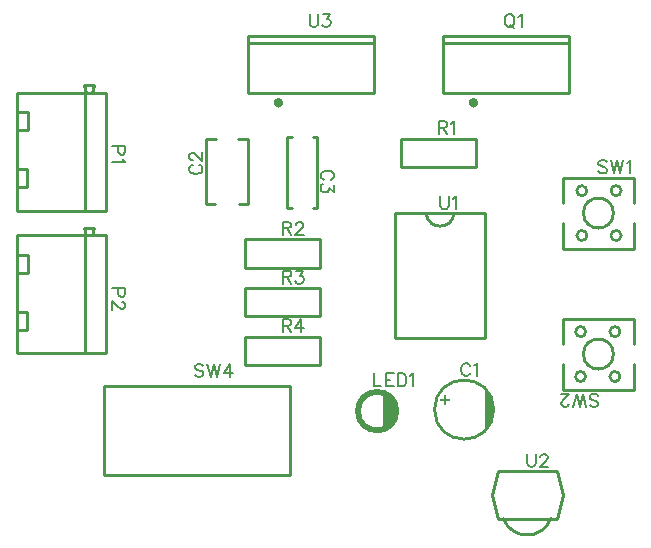
<source format=gto>
G04 Layer: TopSilkscreenLayer*
G04 EasyEDA v6.5.12, 2022-10-09 20:59:30*
G04 6618d418ddb7492eb1f763c1ca00203a,0dc1cd2b4b68440da47f955ee06510d5,10*
G04 Gerber Generator version 0.2*
G04 Scale: 100 percent, Rotated: No, Reflected: No *
G04 Dimensions in millimeters *
G04 leading zeros omitted , absolute positions ,4 integer and 5 decimal *
%FSLAX45Y45*%
%MOMM*%

%ADD10C,0.1524*%
%ADD11C,0.2540*%
%ADD12C,0.4000*%

%LPD*%
D10*
X1485392Y6333744D02*
G01*
X1376426Y6333744D01*
X1485392Y6333744D02*
G01*
X1485392Y6287007D01*
X1480312Y6271513D01*
X1474978Y6266179D01*
X1464563Y6261100D01*
X1449070Y6261100D01*
X1438655Y6266179D01*
X1433576Y6271513D01*
X1428242Y6287007D01*
X1428242Y6333744D01*
X1464563Y6226810D02*
G01*
X1469897Y6216395D01*
X1485392Y6200647D01*
X1376426Y6200647D01*
X1485392Y5127244D02*
G01*
X1376426Y5127244D01*
X1485392Y5127244D02*
G01*
X1485392Y5080507D01*
X1480312Y5065013D01*
X1474978Y5059679D01*
X1464563Y5054600D01*
X1449070Y5054600D01*
X1438655Y5059679D01*
X1433576Y5065013D01*
X1428242Y5080507D01*
X1428242Y5127244D01*
X1459484Y5014976D02*
G01*
X1464563Y5014976D01*
X1474978Y5009895D01*
X1480312Y5004562D01*
X1485392Y4994147D01*
X1485392Y4973573D01*
X1480312Y4963160D01*
X1474978Y4957826D01*
X1464563Y4952745D01*
X1454150Y4952745D01*
X1443736Y4957826D01*
X1428242Y4968239D01*
X1376426Y5020310D01*
X1376426Y4947412D01*
X4408677Y4470907D02*
G01*
X4403343Y4481321D01*
X4392929Y4491736D01*
X4382770Y4496815D01*
X4361941Y4496815D01*
X4351527Y4491736D01*
X4341113Y4481321D01*
X4335779Y4470907D01*
X4330700Y4455160D01*
X4330700Y4429252D01*
X4335779Y4413757D01*
X4341113Y4403344D01*
X4351527Y4392929D01*
X4361941Y4387850D01*
X4382770Y4387850D01*
X4392929Y4392929D01*
X4403343Y4403344D01*
X4408677Y4413757D01*
X4442968Y4475987D02*
G01*
X4453381Y4481321D01*
X4468875Y4496815D01*
X4468875Y4387850D01*
X2056891Y6173965D02*
G01*
X2046477Y6168631D01*
X2036063Y6158217D01*
X2030984Y6148057D01*
X2030984Y6127229D01*
X2036063Y6116815D01*
X2046477Y6106401D01*
X2056891Y6101067D01*
X2072640Y6095987D01*
X2098547Y6095987D01*
X2114041Y6101067D01*
X2124456Y6106401D01*
X2134870Y6116815D01*
X2139950Y6127229D01*
X2139950Y6148057D01*
X2134870Y6158217D01*
X2124456Y6168631D01*
X2114041Y6173965D01*
X2056891Y6213335D02*
G01*
X2051811Y6213335D01*
X2041397Y6218669D01*
X2036063Y6223749D01*
X2030984Y6234163D01*
X2030984Y6254991D01*
X2036063Y6265405D01*
X2041397Y6270485D01*
X2051811Y6275819D01*
X2062225Y6275819D01*
X2072640Y6270485D01*
X2088134Y6260071D01*
X2139950Y6208255D01*
X2139950Y6280899D01*
X3226308Y6047422D02*
G01*
X3236722Y6052756D01*
X3247136Y6063170D01*
X3252215Y6073330D01*
X3252215Y6094158D01*
X3247136Y6104572D01*
X3236722Y6114986D01*
X3226308Y6120320D01*
X3210559Y6125400D01*
X3184652Y6125400D01*
X3169158Y6120320D01*
X3158743Y6114986D01*
X3148329Y6104572D01*
X3143250Y6094158D01*
X3143250Y6073330D01*
X3148329Y6063170D01*
X3158743Y6052756D01*
X3169158Y6047422D01*
X3252215Y6002718D02*
G01*
X3252215Y5945568D01*
X3210559Y5976810D01*
X3210559Y5961316D01*
X3205479Y5950902D01*
X3200400Y5945568D01*
X3184652Y5940488D01*
X3174238Y5940488D01*
X3158743Y5945568D01*
X3148329Y5955982D01*
X3143250Y5971730D01*
X3143250Y5987224D01*
X3148329Y6002718D01*
X3153409Y6008052D01*
X3163824Y6013132D01*
X3594354Y4407662D02*
G01*
X3594354Y4298695D01*
X3594354Y4298695D02*
G01*
X3656584Y4298695D01*
X3690874Y4407662D02*
G01*
X3690874Y4298695D01*
X3690874Y4407662D02*
G01*
X3758438Y4407662D01*
X3690874Y4355845D02*
G01*
X3732529Y4355845D01*
X3690874Y4298695D02*
G01*
X3758438Y4298695D01*
X3792727Y4407662D02*
G01*
X3792727Y4298695D01*
X3792727Y4407662D02*
G01*
X3829304Y4407662D01*
X3844797Y4402581D01*
X3855211Y4392168D01*
X3860291Y4381754D01*
X3865625Y4366005D01*
X3865625Y4340097D01*
X3860291Y4324604D01*
X3855211Y4314189D01*
X3844797Y4303776D01*
X3829304Y4298695D01*
X3792727Y4298695D01*
X3899915Y4386834D02*
G01*
X3910329Y4392168D01*
X3925824Y4407662D01*
X3925824Y4298695D01*
X4730229Y7450061D02*
G01*
X4719815Y7444981D01*
X4709401Y7434567D01*
X4704067Y7424153D01*
X4698987Y7408405D01*
X4698987Y7382497D01*
X4704067Y7367003D01*
X4709401Y7356589D01*
X4719815Y7346175D01*
X4730229Y7341095D01*
X4751057Y7341095D01*
X4761217Y7346175D01*
X4771631Y7356589D01*
X4776965Y7367003D01*
X4782045Y7382497D01*
X4782045Y7408405D01*
X4776965Y7424153D01*
X4771631Y7434567D01*
X4761217Y7444981D01*
X4751057Y7450061D01*
X4730229Y7450061D01*
X4745723Y7361669D02*
G01*
X4776965Y7330681D01*
X4816335Y7429233D02*
G01*
X4826749Y7434567D01*
X4842497Y7450061D01*
X4842497Y7341095D01*
X3047987Y7450061D02*
G01*
X3047987Y7372083D01*
X3053067Y7356589D01*
X3063481Y7346175D01*
X3079229Y7341095D01*
X3089643Y7341095D01*
X3105137Y7346175D01*
X3115551Y7356589D01*
X3120631Y7372083D01*
X3120631Y7450061D01*
X3165335Y7450061D02*
G01*
X3222485Y7450061D01*
X3191497Y7408405D01*
X3206991Y7408405D01*
X3217405Y7403325D01*
X3222485Y7398245D01*
X3227819Y7382497D01*
X3227819Y7372083D01*
X3222485Y7356589D01*
X3212071Y7346175D01*
X3196577Y7341095D01*
X3181083Y7341095D01*
X3165335Y7346175D01*
X3160255Y7351255D01*
X3154921Y7361669D01*
X4140200Y6541515D02*
G01*
X4140200Y6432550D01*
X4140200Y6541515D02*
G01*
X4186936Y6541515D01*
X4202429Y6536436D01*
X4207763Y6531102D01*
X4212843Y6520687D01*
X4212843Y6510273D01*
X4207763Y6499860D01*
X4202429Y6494779D01*
X4186936Y6489700D01*
X4140200Y6489700D01*
X4176522Y6489700D02*
G01*
X4212843Y6432550D01*
X4247134Y6520687D02*
G01*
X4257547Y6526021D01*
X4273295Y6541515D01*
X4273295Y6432550D01*
X2819400Y5690615D02*
G01*
X2819400Y5581650D01*
X2819400Y5690615D02*
G01*
X2866136Y5690615D01*
X2881629Y5685536D01*
X2886963Y5680202D01*
X2892043Y5669787D01*
X2892043Y5659373D01*
X2886963Y5648960D01*
X2881629Y5643879D01*
X2866136Y5638800D01*
X2819400Y5638800D01*
X2855722Y5638800D02*
G01*
X2892043Y5581650D01*
X2931668Y5664707D02*
G01*
X2931668Y5669787D01*
X2936747Y5680202D01*
X2942081Y5685536D01*
X2952495Y5690615D01*
X2973070Y5690615D01*
X2983484Y5685536D01*
X2988818Y5680202D01*
X2993897Y5669787D01*
X2993897Y5659373D01*
X2988818Y5648960D01*
X2978404Y5633465D01*
X2926334Y5581650D01*
X2999231Y5581650D01*
X2819400Y5277865D02*
G01*
X2819400Y5168900D01*
X2819400Y5277865D02*
G01*
X2866136Y5277865D01*
X2881629Y5272786D01*
X2886963Y5267452D01*
X2892043Y5257037D01*
X2892043Y5246623D01*
X2886963Y5236210D01*
X2881629Y5231129D01*
X2866136Y5226050D01*
X2819400Y5226050D01*
X2855722Y5226050D02*
G01*
X2892043Y5168900D01*
X2936747Y5277865D02*
G01*
X2993897Y5277865D01*
X2962909Y5236210D01*
X2978404Y5236210D01*
X2988818Y5231129D01*
X2993897Y5226050D01*
X2999231Y5210302D01*
X2999231Y5199887D01*
X2993897Y5184394D01*
X2983484Y5173979D01*
X2967990Y5168900D01*
X2952495Y5168900D01*
X2936747Y5173979D01*
X2931668Y5179060D01*
X2926334Y5189473D01*
X2819400Y4865115D02*
G01*
X2819400Y4756150D01*
X2819400Y4865115D02*
G01*
X2866136Y4865115D01*
X2881629Y4860036D01*
X2886963Y4854702D01*
X2892043Y4844287D01*
X2892043Y4833873D01*
X2886963Y4823460D01*
X2881629Y4818379D01*
X2866136Y4813300D01*
X2819400Y4813300D01*
X2855722Y4813300D02*
G01*
X2892043Y4756150D01*
X2978404Y4865115D02*
G01*
X2926334Y4792471D01*
X3004311Y4792471D01*
X2978404Y4865115D02*
G01*
X2978404Y4756150D01*
X5565381Y6195821D02*
G01*
X5554967Y6206236D01*
X5539473Y6211315D01*
X5518645Y6211315D01*
X5503151Y6206236D01*
X5492737Y6195821D01*
X5492737Y6185407D01*
X5497817Y6174994D01*
X5503151Y6169660D01*
X5513565Y6164579D01*
X5544807Y6154165D01*
X5554967Y6149086D01*
X5560301Y6143752D01*
X5565381Y6133337D01*
X5565381Y6117844D01*
X5554967Y6107429D01*
X5539473Y6102350D01*
X5518645Y6102350D01*
X5503151Y6107429D01*
X5492737Y6117844D01*
X5599671Y6211315D02*
G01*
X5625833Y6102350D01*
X5651741Y6211315D02*
G01*
X5625833Y6102350D01*
X5651741Y6211315D02*
G01*
X5677649Y6102350D01*
X5703557Y6211315D02*
G01*
X5677649Y6102350D01*
X5737847Y6190487D02*
G01*
X5748261Y6195821D01*
X5764009Y6211315D01*
X5764009Y6102350D01*
X5420118Y4141978D02*
G01*
X5430532Y4131563D01*
X5446026Y4126484D01*
X5466854Y4126484D01*
X5482348Y4131563D01*
X5492762Y4141978D01*
X5492762Y4152392D01*
X5487682Y4162805D01*
X5482348Y4168139D01*
X5471934Y4173220D01*
X5440692Y4183634D01*
X5430532Y4188713D01*
X5425198Y4194047D01*
X5420118Y4204462D01*
X5420118Y4219955D01*
X5430532Y4230370D01*
X5446026Y4235450D01*
X5466854Y4235450D01*
X5482348Y4230370D01*
X5492762Y4219955D01*
X5385828Y4126484D02*
G01*
X5359666Y4235450D01*
X5333758Y4126484D02*
G01*
X5359666Y4235450D01*
X5333758Y4126484D02*
G01*
X5307850Y4235450D01*
X5281942Y4126484D02*
G01*
X5307850Y4235450D01*
X5242318Y4152392D02*
G01*
X5242318Y4147312D01*
X5237238Y4136897D01*
X5231904Y4131563D01*
X5221490Y4126484D01*
X5200662Y4126484D01*
X5190502Y4131563D01*
X5185168Y4136897D01*
X5180088Y4147312D01*
X5180088Y4157726D01*
X5185168Y4168139D01*
X5195582Y4183634D01*
X5247652Y4235450D01*
X5174754Y4235450D01*
X2149142Y4471621D02*
G01*
X2138728Y4482035D01*
X2123234Y4487115D01*
X2102406Y4487115D01*
X2086912Y4482035D01*
X2076498Y4471621D01*
X2076498Y4461207D01*
X2081578Y4450793D01*
X2086912Y4445459D01*
X2097326Y4440379D01*
X2128568Y4429965D01*
X2138728Y4424885D01*
X2144062Y4419551D01*
X2149142Y4409137D01*
X2149142Y4393643D01*
X2138728Y4383229D01*
X2123234Y4378149D01*
X2102406Y4378149D01*
X2086912Y4383229D01*
X2076498Y4393643D01*
X2183432Y4487115D02*
G01*
X2209594Y4378149D01*
X2235502Y4487115D02*
G01*
X2209594Y4378149D01*
X2235502Y4487115D02*
G01*
X2261410Y4378149D01*
X2287318Y4487115D02*
G01*
X2261410Y4378149D01*
X2373678Y4487115D02*
G01*
X2321608Y4414471D01*
X2399586Y4414471D01*
X2373678Y4487115D02*
G01*
X2373678Y4378149D01*
X4152900Y5906515D02*
G01*
X4152900Y5828537D01*
X4157979Y5813044D01*
X4168393Y5802629D01*
X4184141Y5797550D01*
X4194556Y5797550D01*
X4210050Y5802629D01*
X4220463Y5813044D01*
X4225543Y5828537D01*
X4225543Y5906515D01*
X4259834Y5885687D02*
G01*
X4270247Y5891021D01*
X4285995Y5906515D01*
X4285995Y5797550D01*
X4889500Y3724782D02*
G01*
X4889500Y3646804D01*
X4894579Y3631311D01*
X4904993Y3620896D01*
X4920741Y3615817D01*
X4931156Y3615817D01*
X4946650Y3620896D01*
X4957063Y3631311D01*
X4962143Y3646804D01*
X4962143Y3724782D01*
X5001768Y3698875D02*
G01*
X5001768Y3703954D01*
X5006847Y3714369D01*
X5012181Y3719703D01*
X5022595Y3724782D01*
X5043170Y3724782D01*
X5053584Y3719703D01*
X5058918Y3714369D01*
X5063997Y3703954D01*
X5063997Y3693540D01*
X5058918Y3683127D01*
X5048504Y3667632D01*
X4996434Y3615817D01*
X5069331Y3615817D01*
G36*
X4532884Y4278884D02*
G01*
X4532884Y3925315D01*
X4542688Y3935679D01*
X4551883Y3946651D01*
X4560417Y3958082D01*
X4568342Y3969969D01*
X4575505Y3982262D01*
X4582007Y3995013D01*
X4587748Y4008069D01*
X4592726Y4021480D01*
X4594961Y4028236D01*
X4598771Y4042003D01*
X4601819Y4055973D01*
X4604054Y4070045D01*
X4605477Y4084269D01*
X4606086Y4098544D01*
X4605883Y4112818D01*
X4604867Y4127042D01*
X4603038Y4141215D01*
X4600397Y4155236D01*
X4596942Y4169105D01*
X4594961Y4175963D01*
X4590338Y4189476D01*
X4584954Y4202684D01*
X4578858Y4215587D01*
X4572000Y4228134D01*
X4564481Y4240225D01*
X4556252Y4251909D01*
X4547362Y4263085D01*
X4537862Y4273753D01*
G37*
G36*
X4156100Y4192117D02*
G01*
X4156100Y4172102D01*
X4236110Y4172102D01*
X4236110Y4192117D01*
G37*
G36*
X4186123Y4222089D02*
G01*
X4186123Y4142079D01*
X4206087Y4142079D01*
X4206087Y4222089D01*
G37*
G36*
X3669792Y4239107D02*
G01*
X3669792Y3929126D01*
X3759758Y3979164D01*
X3779774Y4079138D01*
X3769766Y4149140D01*
G37*
D11*
X1153944Y6786496D02*
G01*
X1140256Y6846488D01*
X1220746Y6846488D01*
X1208656Y6786496D01*
X1148135Y6786498D02*
G01*
X1148135Y5786501D01*
X570674Y5786501D02*
G01*
X570674Y6786498D01*
X570674Y5786501D02*
G01*
X1320749Y5786501D01*
X1320749Y6786498D01*
X570674Y6786498D01*
X573684Y6466027D02*
G01*
X662254Y6466027D01*
X662254Y6619011D01*
X573684Y6619011D01*
X570661Y5984214D02*
G01*
X655751Y5984214D01*
X655751Y6137198D01*
X570687Y6137198D01*
X1153944Y5579996D02*
G01*
X1140256Y5639988D01*
X1220746Y5639988D01*
X1208656Y5579996D01*
X1148135Y5579998D02*
G01*
X1148135Y4580001D01*
X570674Y4580001D02*
G01*
X570674Y5579998D01*
X570674Y4580001D02*
G01*
X1320749Y4580001D01*
X1320749Y5579998D01*
X570674Y5579998D01*
X573684Y5259527D02*
G01*
X662254Y5259527D01*
X662254Y5412511D01*
X573684Y5412511D01*
X570661Y4777714D02*
G01*
X655751Y4777714D01*
X655751Y4930698D01*
X570687Y4930698D01*
X2174496Y5846389D02*
G01*
X2174499Y6396390D01*
X2524503Y6396390D02*
G01*
X2524500Y5846384D01*
X2174496Y5846389D02*
G01*
X2247125Y5846389D01*
X2451874Y5846389D02*
G01*
X2524500Y5846389D01*
X2174499Y6396390D02*
G01*
X2253546Y6396390D01*
X2445453Y6396390D02*
G01*
X2524503Y6396390D01*
X3073400Y5808700D02*
G01*
X3109503Y5808700D01*
X3109503Y6408701D01*
X3073400Y6408701D01*
X2895600Y5808700D02*
G01*
X2857500Y5808700D01*
X2857500Y6408699D01*
X2895600Y6408699D01*
X4181586Y7262652D02*
G01*
X5241787Y7262652D01*
X5241787Y6782843D01*
X4181586Y6782843D01*
X4181586Y7262144D01*
X4181586Y7262652D01*
X5241683Y7202736D02*
G01*
X4181690Y7202736D01*
X2530586Y7262652D02*
G01*
X3590787Y7262652D01*
X3590787Y6782843D01*
X2530586Y6782843D01*
X2530586Y7262144D01*
X2530586Y7262652D01*
X3590683Y7202736D02*
G01*
X2530690Y7202736D01*
X3825240Y6154420D02*
G01*
X3825240Y6393179D01*
X3825240Y6393179D02*
G01*
X4455159Y6393179D01*
X4455159Y6393179D02*
G01*
X4455159Y6154420D01*
X4455159Y6154420D02*
G01*
X3825240Y6154420D01*
X2504440Y5303520D02*
G01*
X2504440Y5542279D01*
X2504440Y5542279D02*
G01*
X3134359Y5542279D01*
X3134359Y5542279D02*
G01*
X3134359Y5303520D01*
X3134359Y5303520D02*
G01*
X2504440Y5303520D01*
X2504440Y4890770D02*
G01*
X2504440Y5129529D01*
X2504440Y5129529D02*
G01*
X3134359Y5129529D01*
X3134359Y5129529D02*
G01*
X3134359Y4890770D01*
X3134359Y4890770D02*
G01*
X2504440Y4890770D01*
X2504440Y4478020D02*
G01*
X2504440Y4716779D01*
X2504440Y4716779D02*
G01*
X3134359Y4716779D01*
X3134359Y4716779D02*
G01*
X3134359Y4478020D01*
X3134359Y4478020D02*
G01*
X2504440Y4478020D01*
X5192737Y5681431D02*
G01*
X5192737Y5651621D01*
X5192737Y5879978D02*
G01*
X5192737Y5850168D01*
X5792736Y5681416D02*
G01*
X5792736Y5651621D01*
X5792736Y5879978D02*
G01*
X5792736Y5850183D01*
X5192737Y6065799D02*
G01*
X5792736Y6065799D01*
X5792736Y5879978D01*
X5792736Y5651621D02*
G01*
X5792736Y5465800D01*
X5192737Y5465800D01*
X5192737Y5651621D01*
X5192737Y5879978D02*
G01*
X5192737Y6065799D01*
X5792762Y4656368D02*
G01*
X5792762Y4686178D01*
X5792762Y4457821D02*
G01*
X5792762Y4487631D01*
X5192763Y4656383D02*
G01*
X5192763Y4686178D01*
X5192763Y4457821D02*
G01*
X5192763Y4487616D01*
X5792762Y4272000D02*
G01*
X5192763Y4272000D01*
X5192763Y4457821D01*
X5192763Y4686178D02*
G01*
X5192763Y4871999D01*
X5792762Y4871999D01*
X5792762Y4686178D01*
X5792762Y4457821D02*
G01*
X5792762Y4272000D01*
X1308100Y3549299D02*
G01*
X2882900Y3549299D01*
X1308100Y4299300D02*
G01*
X2882900Y4299300D01*
X2882900Y4299300D02*
G01*
X2882900Y3549299D01*
X1308100Y4299300D02*
G01*
X1308100Y3549299D01*
X3771900Y5765800D02*
G01*
X4533900Y5765800D01*
X4533900Y4705350D01*
X3771900Y4705350D01*
X3771900Y5765800D01*
X4640579Y3177667D02*
G01*
X4589779Y3378327D01*
X4589779Y3378327D02*
G01*
X4640579Y3578987D01*
X4640579Y3578987D02*
G01*
X5138420Y3578987D01*
X5138420Y3578987D02*
G01*
X5189220Y3378327D01*
X5189220Y3378327D02*
G01*
X5138420Y3177667D01*
X5138420Y3177667D02*
G01*
X5090159Y3177667D01*
X5090159Y3177667D02*
G01*
X4688840Y3177667D01*
X4688840Y3177667D02*
G01*
X4640579Y3177667D01*
D12*
G75*
G01*
X4434690Y6720246D02*
G03*
X4434944Y6720246I127J-20000D01*
G75*
G01*
X2783690Y6720246D02*
G03*
X2783944Y6720246I127J-20000D01*
D11*
G75*
G01*
X4035128Y5755742D02*
G03*
X4270720Y5755734I117797J18066D01*
G75*
G01*
X4689381Y3178208D02*
G03*
X5089380Y3178208I200000J75041D01*
G75*
G01
X4606112Y4102100D02*
G03X4606112Y4102100I-250012J0D01*
G75*
G01
X3769868Y4089146D02*
G03X3769868Y4089146I-150114J0D01*
G75*
G01
X3794760Y4089146D02*
G03X3794760Y4089146I-175006J0D01*
G75*
G01
X5619750Y5765800D02*
G03X5619750Y5765800I-127000J0D01*
G75*
G01
X5685511Y5955792D02*
G03X5685511Y5955792I-42748J0D01*
G75*
G01
X5395493Y5955792D02*
G03X5395493Y5955792I-42748J0D01*
G75*
G01
X5395493Y5575808D02*
G03X5395493Y5575808I-42748J0D01*
G75*
G01
X5685511Y5575808D02*
G03X5685511Y5575808I-42748J0D01*
G75*
G01
X5619775Y4572000D02*
G03X5619775Y4572000I-127000J0D01*
G75*
G01
X5385511Y4382008D02*
G03X5385511Y4382008I-42748J0D01*
G75*
G01
X5675528Y4382008D02*
G03X5675528Y4382008I-42748J0D01*
G75*
G01
X5675528Y4761992D02*
G03X5675528Y4761992I-42748J0D01*
G75*
G01
X5385511Y4761992D02*
G03X5385511Y4761992I-42748J0D01*
M02*

</source>
